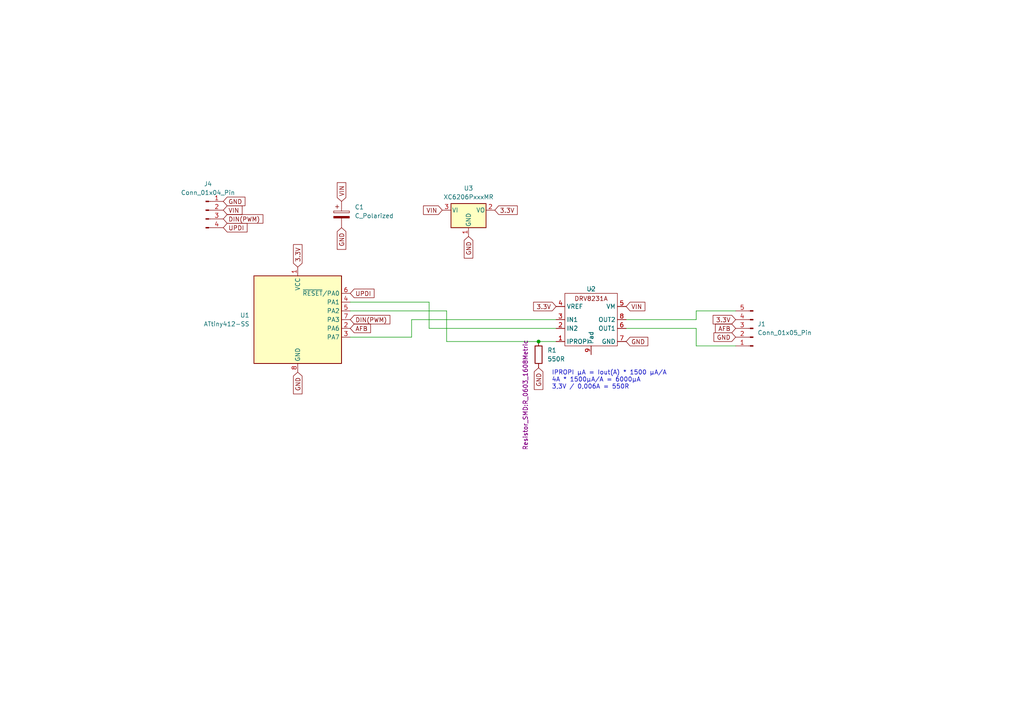
<source format=kicad_sch>
(kicad_sch
	(version 20250114)
	(generator "eeschema")
	(generator_version "9.0")
	(uuid "52c46768-b2d5-4834-ab19-e0ce4485e671")
	(paper "A4")
	(lib_symbols
		(symbol "Connector:Conn_01x04_Pin"
			(pin_names
				(offset 1.016)
				(hide yes)
			)
			(exclude_from_sim no)
			(in_bom yes)
			(on_board yes)
			(property "Reference" "J"
				(at 0 5.08 0)
				(effects
					(font
						(size 1.27 1.27)
					)
				)
			)
			(property "Value" "Conn_01x04_Pin"
				(at 0 -7.62 0)
				(effects
					(font
						(size 1.27 1.27)
					)
				)
			)
			(property "Footprint" ""
				(at 0 0 0)
				(effects
					(font
						(size 1.27 1.27)
					)
					(hide yes)
				)
			)
			(property "Datasheet" "~"
				(at 0 0 0)
				(effects
					(font
						(size 1.27 1.27)
					)
					(hide yes)
				)
			)
			(property "Description" "Generic connector, single row, 01x04, script generated"
				(at 0 0 0)
				(effects
					(font
						(size 1.27 1.27)
					)
					(hide yes)
				)
			)
			(property "ki_locked" ""
				(at 0 0 0)
				(effects
					(font
						(size 1.27 1.27)
					)
				)
			)
			(property "ki_keywords" "connector"
				(at 0 0 0)
				(effects
					(font
						(size 1.27 1.27)
					)
					(hide yes)
				)
			)
			(property "ki_fp_filters" "Connector*:*_1x??_*"
				(at 0 0 0)
				(effects
					(font
						(size 1.27 1.27)
					)
					(hide yes)
				)
			)
			(symbol "Conn_01x04_Pin_1_1"
				(rectangle
					(start 0.8636 2.667)
					(end 0 2.413)
					(stroke
						(width 0.1524)
						(type default)
					)
					(fill
						(type outline)
					)
				)
				(rectangle
					(start 0.8636 0.127)
					(end 0 -0.127)
					(stroke
						(width 0.1524)
						(type default)
					)
					(fill
						(type outline)
					)
				)
				(rectangle
					(start 0.8636 -2.413)
					(end 0 -2.667)
					(stroke
						(width 0.1524)
						(type default)
					)
					(fill
						(type outline)
					)
				)
				(rectangle
					(start 0.8636 -4.953)
					(end 0 -5.207)
					(stroke
						(width 0.1524)
						(type default)
					)
					(fill
						(type outline)
					)
				)
				(polyline
					(pts
						(xy 1.27 2.54) (xy 0.8636 2.54)
					)
					(stroke
						(width 0.1524)
						(type default)
					)
					(fill
						(type none)
					)
				)
				(polyline
					(pts
						(xy 1.27 0) (xy 0.8636 0)
					)
					(stroke
						(width 0.1524)
						(type default)
					)
					(fill
						(type none)
					)
				)
				(polyline
					(pts
						(xy 1.27 -2.54) (xy 0.8636 -2.54)
					)
					(stroke
						(width 0.1524)
						(type default)
					)
					(fill
						(type none)
					)
				)
				(polyline
					(pts
						(xy 1.27 -5.08) (xy 0.8636 -5.08)
					)
					(stroke
						(width 0.1524)
						(type default)
					)
					(fill
						(type none)
					)
				)
				(pin passive line
					(at 5.08 2.54 180)
					(length 3.81)
					(name "Pin_1"
						(effects
							(font
								(size 1.27 1.27)
							)
						)
					)
					(number "1"
						(effects
							(font
								(size 1.27 1.27)
							)
						)
					)
				)
				(pin passive line
					(at 5.08 0 180)
					(length 3.81)
					(name "Pin_2"
						(effects
							(font
								(size 1.27 1.27)
							)
						)
					)
					(number "2"
						(effects
							(font
								(size 1.27 1.27)
							)
						)
					)
				)
				(pin passive line
					(at 5.08 -2.54 180)
					(length 3.81)
					(name "Pin_3"
						(effects
							(font
								(size 1.27 1.27)
							)
						)
					)
					(number "3"
						(effects
							(font
								(size 1.27 1.27)
							)
						)
					)
				)
				(pin passive line
					(at 5.08 -5.08 180)
					(length 3.81)
					(name "Pin_4"
						(effects
							(font
								(size 1.27 1.27)
							)
						)
					)
					(number "4"
						(effects
							(font
								(size 1.27 1.27)
							)
						)
					)
				)
			)
			(embedded_fonts no)
		)
		(symbol "Connector:Conn_01x05_Pin"
			(pin_names
				(offset 1.016)
				(hide yes)
			)
			(exclude_from_sim no)
			(in_bom yes)
			(on_board yes)
			(property "Reference" "J"
				(at 0 7.62 0)
				(effects
					(font
						(size 1.27 1.27)
					)
				)
			)
			(property "Value" "Conn_01x05_Pin"
				(at 0 -7.62 0)
				(effects
					(font
						(size 1.27 1.27)
					)
				)
			)
			(property "Footprint" ""
				(at 0 0 0)
				(effects
					(font
						(size 1.27 1.27)
					)
					(hide yes)
				)
			)
			(property "Datasheet" "~"
				(at 0 0 0)
				(effects
					(font
						(size 1.27 1.27)
					)
					(hide yes)
				)
			)
			(property "Description" "Generic connector, single row, 01x05, script generated"
				(at 0 0 0)
				(effects
					(font
						(size 1.27 1.27)
					)
					(hide yes)
				)
			)
			(property "ki_locked" ""
				(at 0 0 0)
				(effects
					(font
						(size 1.27 1.27)
					)
				)
			)
			(property "ki_keywords" "connector"
				(at 0 0 0)
				(effects
					(font
						(size 1.27 1.27)
					)
					(hide yes)
				)
			)
			(property "ki_fp_filters" "Connector*:*_1x??_*"
				(at 0 0 0)
				(effects
					(font
						(size 1.27 1.27)
					)
					(hide yes)
				)
			)
			(symbol "Conn_01x05_Pin_1_1"
				(rectangle
					(start 0.8636 5.207)
					(end 0 4.953)
					(stroke
						(width 0.1524)
						(type default)
					)
					(fill
						(type outline)
					)
				)
				(rectangle
					(start 0.8636 2.667)
					(end 0 2.413)
					(stroke
						(width 0.1524)
						(type default)
					)
					(fill
						(type outline)
					)
				)
				(rectangle
					(start 0.8636 0.127)
					(end 0 -0.127)
					(stroke
						(width 0.1524)
						(type default)
					)
					(fill
						(type outline)
					)
				)
				(rectangle
					(start 0.8636 -2.413)
					(end 0 -2.667)
					(stroke
						(width 0.1524)
						(type default)
					)
					(fill
						(type outline)
					)
				)
				(rectangle
					(start 0.8636 -4.953)
					(end 0 -5.207)
					(stroke
						(width 0.1524)
						(type default)
					)
					(fill
						(type outline)
					)
				)
				(polyline
					(pts
						(xy 1.27 5.08) (xy 0.8636 5.08)
					)
					(stroke
						(width 0.1524)
						(type default)
					)
					(fill
						(type none)
					)
				)
				(polyline
					(pts
						(xy 1.27 2.54) (xy 0.8636 2.54)
					)
					(stroke
						(width 0.1524)
						(type default)
					)
					(fill
						(type none)
					)
				)
				(polyline
					(pts
						(xy 1.27 0) (xy 0.8636 0)
					)
					(stroke
						(width 0.1524)
						(type default)
					)
					(fill
						(type none)
					)
				)
				(polyline
					(pts
						(xy 1.27 -2.54) (xy 0.8636 -2.54)
					)
					(stroke
						(width 0.1524)
						(type default)
					)
					(fill
						(type none)
					)
				)
				(polyline
					(pts
						(xy 1.27 -5.08) (xy 0.8636 -5.08)
					)
					(stroke
						(width 0.1524)
						(type default)
					)
					(fill
						(type none)
					)
				)
				(pin passive line
					(at 5.08 5.08 180)
					(length 3.81)
					(name "Pin_1"
						(effects
							(font
								(size 1.27 1.27)
							)
						)
					)
					(number "1"
						(effects
							(font
								(size 1.27 1.27)
							)
						)
					)
				)
				(pin passive line
					(at 5.08 2.54 180)
					(length 3.81)
					(name "Pin_2"
						(effects
							(font
								(size 1.27 1.27)
							)
						)
					)
					(number "2"
						(effects
							(font
								(size 1.27 1.27)
							)
						)
					)
				)
				(pin passive line
					(at 5.08 0 180)
					(length 3.81)
					(name "Pin_3"
						(effects
							(font
								(size 1.27 1.27)
							)
						)
					)
					(number "3"
						(effects
							(font
								(size 1.27 1.27)
							)
						)
					)
				)
				(pin passive line
					(at 5.08 -2.54 180)
					(length 3.81)
					(name "Pin_4"
						(effects
							(font
								(size 1.27 1.27)
							)
						)
					)
					(number "4"
						(effects
							(font
								(size 1.27 1.27)
							)
						)
					)
				)
				(pin passive line
					(at 5.08 -5.08 180)
					(length 3.81)
					(name "Pin_5"
						(effects
							(font
								(size 1.27 1.27)
							)
						)
					)
					(number "5"
						(effects
							(font
								(size 1.27 1.27)
							)
						)
					)
				)
			)
			(embedded_fonts no)
		)
		(symbol "Device:C_Polarized"
			(pin_numbers
				(hide yes)
			)
			(pin_names
				(offset 0.254)
			)
			(exclude_from_sim no)
			(in_bom yes)
			(on_board yes)
			(property "Reference" "C"
				(at 0.635 2.54 0)
				(effects
					(font
						(size 1.27 1.27)
					)
					(justify left)
				)
			)
			(property "Value" "C_Polarized"
				(at 0.635 -2.54 0)
				(effects
					(font
						(size 1.27 1.27)
					)
					(justify left)
				)
			)
			(property "Footprint" ""
				(at 0.9652 -3.81 0)
				(effects
					(font
						(size 1.27 1.27)
					)
					(hide yes)
				)
			)
			(property "Datasheet" "~"
				(at 0 0 0)
				(effects
					(font
						(size 1.27 1.27)
					)
					(hide yes)
				)
			)
			(property "Description" "Polarized capacitor"
				(at 0 0 0)
				(effects
					(font
						(size 1.27 1.27)
					)
					(hide yes)
				)
			)
			(property "ki_keywords" "cap capacitor"
				(at 0 0 0)
				(effects
					(font
						(size 1.27 1.27)
					)
					(hide yes)
				)
			)
			(property "ki_fp_filters" "CP_*"
				(at 0 0 0)
				(effects
					(font
						(size 1.27 1.27)
					)
					(hide yes)
				)
			)
			(symbol "C_Polarized_0_1"
				(rectangle
					(start -2.286 0.508)
					(end 2.286 1.016)
					(stroke
						(width 0)
						(type default)
					)
					(fill
						(type none)
					)
				)
				(polyline
					(pts
						(xy -1.778 2.286) (xy -0.762 2.286)
					)
					(stroke
						(width 0)
						(type default)
					)
					(fill
						(type none)
					)
				)
				(polyline
					(pts
						(xy -1.27 2.794) (xy -1.27 1.778)
					)
					(stroke
						(width 0)
						(type default)
					)
					(fill
						(type none)
					)
				)
				(rectangle
					(start 2.286 -0.508)
					(end -2.286 -1.016)
					(stroke
						(width 0)
						(type default)
					)
					(fill
						(type outline)
					)
				)
			)
			(symbol "C_Polarized_1_1"
				(pin passive line
					(at 0 3.81 270)
					(length 2.794)
					(name "~"
						(effects
							(font
								(size 1.27 1.27)
							)
						)
					)
					(number "1"
						(effects
							(font
								(size 1.27 1.27)
							)
						)
					)
				)
				(pin passive line
					(at 0 -3.81 90)
					(length 2.794)
					(name "~"
						(effects
							(font
								(size 1.27 1.27)
							)
						)
					)
					(number "2"
						(effects
							(font
								(size 1.27 1.27)
							)
						)
					)
				)
			)
			(embedded_fonts no)
		)
		(symbol "Device:R"
			(pin_numbers
				(hide yes)
			)
			(pin_names
				(offset 0)
			)
			(exclude_from_sim no)
			(in_bom yes)
			(on_board yes)
			(property "Reference" "R"
				(at 2.032 0 90)
				(effects
					(font
						(size 1.27 1.27)
					)
				)
			)
			(property "Value" "R"
				(at 0 0 90)
				(effects
					(font
						(size 1.27 1.27)
					)
				)
			)
			(property "Footprint" ""
				(at -1.778 0 90)
				(effects
					(font
						(size 1.27 1.27)
					)
					(hide yes)
				)
			)
			(property "Datasheet" "~"
				(at 0 0 0)
				(effects
					(font
						(size 1.27 1.27)
					)
					(hide yes)
				)
			)
			(property "Description" "Resistor"
				(at 0 0 0)
				(effects
					(font
						(size 1.27 1.27)
					)
					(hide yes)
				)
			)
			(property "ki_keywords" "R res resistor"
				(at 0 0 0)
				(effects
					(font
						(size 1.27 1.27)
					)
					(hide yes)
				)
			)
			(property "ki_fp_filters" "R_*"
				(at 0 0 0)
				(effects
					(font
						(size 1.27 1.27)
					)
					(hide yes)
				)
			)
			(symbol "R_0_1"
				(rectangle
					(start -1.016 -2.54)
					(end 1.016 2.54)
					(stroke
						(width 0.254)
						(type default)
					)
					(fill
						(type none)
					)
				)
			)
			(symbol "R_1_1"
				(pin passive line
					(at 0 3.81 270)
					(length 1.27)
					(name "~"
						(effects
							(font
								(size 1.27 1.27)
							)
						)
					)
					(number "1"
						(effects
							(font
								(size 1.27 1.27)
							)
						)
					)
				)
				(pin passive line
					(at 0 -3.81 90)
					(length 1.27)
					(name "~"
						(effects
							(font
								(size 1.27 1.27)
							)
						)
					)
					(number "2"
						(effects
							(font
								(size 1.27 1.27)
							)
						)
					)
				)
			)
			(embedded_fonts no)
		)
		(symbol "MCU_Microchip_ATtiny:ATtiny412-SS"
			(exclude_from_sim no)
			(in_bom yes)
			(on_board yes)
			(property "Reference" "U"
				(at -12.7 13.97 0)
				(effects
					(font
						(size 1.27 1.27)
					)
					(justify left bottom)
				)
			)
			(property "Value" "ATtiny412-SS"
				(at 2.54 -13.97 0)
				(effects
					(font
						(size 1.27 1.27)
					)
					(justify left top)
				)
			)
			(property "Footprint" "Package_SO:SOIC-8_3.9x4.9mm_P1.27mm"
				(at 0 0 0)
				(effects
					(font
						(size 1.27 1.27)
						(italic yes)
					)
					(hide yes)
				)
			)
			(property "Datasheet" "http://ww1.microchip.com/downloads/en/DeviceDoc/40001911A.pdf"
				(at 0 0 0)
				(effects
					(font
						(size 1.27 1.27)
					)
					(hide yes)
				)
			)
			(property "Description" "20MHz, 4kB Flash, 256B SRAM, 128B EEPROM, SOIC-8"
				(at 0 0 0)
				(effects
					(font
						(size 1.27 1.27)
					)
					(hide yes)
				)
			)
			(property "ki_keywords" "AVR 8bit Microcontroller tinyAVR"
				(at 0 0 0)
				(effects
					(font
						(size 1.27 1.27)
					)
					(hide yes)
				)
			)
			(property "ki_fp_filters" "SOIC*3.9x4.9mm*P1.27mm*"
				(at 0 0 0)
				(effects
					(font
						(size 1.27 1.27)
					)
					(hide yes)
				)
			)
			(symbol "ATtiny412-SS_0_1"
				(rectangle
					(start -12.7 -12.7)
					(end 12.7 12.7)
					(stroke
						(width 0.254)
						(type default)
					)
					(fill
						(type background)
					)
				)
			)
			(symbol "ATtiny412-SS_1_1"
				(pin power_in line
					(at 0 15.24 270)
					(length 2.54)
					(name "VCC"
						(effects
							(font
								(size 1.27 1.27)
							)
						)
					)
					(number "1"
						(effects
							(font
								(size 1.27 1.27)
							)
						)
					)
				)
				(pin power_in line
					(at 0 -15.24 90)
					(length 2.54)
					(name "GND"
						(effects
							(font
								(size 1.27 1.27)
							)
						)
					)
					(number "8"
						(effects
							(font
								(size 1.27 1.27)
							)
						)
					)
				)
				(pin bidirectional line
					(at 15.24 7.62 180)
					(length 2.54)
					(name "~{RESET}/PA0"
						(effects
							(font
								(size 1.27 1.27)
							)
						)
					)
					(number "6"
						(effects
							(font
								(size 1.27 1.27)
							)
						)
					)
				)
				(pin bidirectional line
					(at 15.24 5.08 180)
					(length 2.54)
					(name "PA1"
						(effects
							(font
								(size 1.27 1.27)
							)
						)
					)
					(number "4"
						(effects
							(font
								(size 1.27 1.27)
							)
						)
					)
				)
				(pin bidirectional line
					(at 15.24 2.54 180)
					(length 2.54)
					(name "PA2"
						(effects
							(font
								(size 1.27 1.27)
							)
						)
					)
					(number "5"
						(effects
							(font
								(size 1.27 1.27)
							)
						)
					)
				)
				(pin bidirectional line
					(at 15.24 0 180)
					(length 2.54)
					(name "PA3"
						(effects
							(font
								(size 1.27 1.27)
							)
						)
					)
					(number "7"
						(effects
							(font
								(size 1.27 1.27)
							)
						)
					)
				)
				(pin bidirectional line
					(at 15.24 -2.54 180)
					(length 2.54)
					(name "PA6"
						(effects
							(font
								(size 1.27 1.27)
							)
						)
					)
					(number "2"
						(effects
							(font
								(size 1.27 1.27)
							)
						)
					)
				)
				(pin bidirectional line
					(at 15.24 -5.08 180)
					(length 2.54)
					(name "PA7"
						(effects
							(font
								(size 1.27 1.27)
							)
						)
					)
					(number "3"
						(effects
							(font
								(size 1.27 1.27)
							)
						)
					)
				)
			)
			(embedded_fonts no)
		)
		(symbol "Regulator_Linear:XC6206PxxxMR"
			(pin_names
				(offset 0.254)
			)
			(exclude_from_sim no)
			(in_bom yes)
			(on_board yes)
			(property "Reference" "U"
				(at -3.81 3.175 0)
				(effects
					(font
						(size 1.27 1.27)
					)
				)
			)
			(property "Value" "XC6206PxxxMR"
				(at 0 3.175 0)
				(effects
					(font
						(size 1.27 1.27)
					)
					(justify left)
				)
			)
			(property "Footprint" "Package_TO_SOT_SMD:SOT-23-3"
				(at 0 5.715 0)
				(effects
					(font
						(size 1.27 1.27)
						(italic yes)
					)
					(hide yes)
				)
			)
			(property "Datasheet" "https://www.torexsemi.com/file/xc6206/XC6206.pdf"
				(at 0 0 0)
				(effects
					(font
						(size 1.27 1.27)
					)
					(hide yes)
				)
			)
			(property "Description" "Positive 60-250mA Low Dropout Regulator, Fixed Output, SOT-23"
				(at 0 0 0)
				(effects
					(font
						(size 1.27 1.27)
					)
					(hide yes)
				)
			)
			(property "ki_keywords" "Torex LDO Voltage Regulator Fixed Positive"
				(at 0 0 0)
				(effects
					(font
						(size 1.27 1.27)
					)
					(hide yes)
				)
			)
			(property "ki_fp_filters" "SOT?23?3*"
				(at 0 0 0)
				(effects
					(font
						(size 1.27 1.27)
					)
					(hide yes)
				)
			)
			(symbol "XC6206PxxxMR_0_1"
				(rectangle
					(start -5.08 1.905)
					(end 5.08 -5.08)
					(stroke
						(width 0.254)
						(type default)
					)
					(fill
						(type background)
					)
				)
			)
			(symbol "XC6206PxxxMR_1_1"
				(pin power_in line
					(at -7.62 0 0)
					(length 2.54)
					(name "VI"
						(effects
							(font
								(size 1.27 1.27)
							)
						)
					)
					(number "3"
						(effects
							(font
								(size 1.27 1.27)
							)
						)
					)
				)
				(pin power_in line
					(at 0 -7.62 90)
					(length 2.54)
					(name "GND"
						(effects
							(font
								(size 1.27 1.27)
							)
						)
					)
					(number "1"
						(effects
							(font
								(size 1.27 1.27)
							)
						)
					)
				)
				(pin power_out line
					(at 7.62 0 180)
					(length 2.54)
					(name "VO"
						(effects
							(font
								(size 1.27 1.27)
							)
						)
					)
					(number "2"
						(effects
							(font
								(size 1.27 1.27)
							)
						)
					)
				)
			)
			(embedded_fonts no)
		)
		(symbol "Tristans KiCad Library:DRV8231A"
			(exclude_from_sim no)
			(in_bom yes)
			(on_board yes)
			(property "Reference" "U"
				(at 0 8.89 0)
				(effects
					(font
						(size 1.27 1.27)
					)
				)
			)
			(property "Value" ""
				(at 0 2.54 0)
				(effects
					(font
						(size 1.27 1.27)
					)
				)
			)
			(property "Footprint" "Package_SO:HSOP-8-1EP_3.9x4.9mm_P1.27mm_EP2.41x3.1mm"
				(at 1.016 12.192 0)
				(effects
					(font
						(size 1.27 1.27)
					)
					(hide yes)
				)
			)
			(property "Datasheet" ""
				(at 0 2.54 0)
				(effects
					(font
						(size 1.27 1.27)
					)
					(hide yes)
				)
			)
			(property "Description" ""
				(at 0 2.54 0)
				(effects
					(font
						(size 1.27 1.27)
					)
					(hide yes)
				)
			)
			(symbol "DRV8231A_0_1"
				(rectangle
					(start -7.62 7.62)
					(end 7.62 -7.62)
					(stroke
						(width 0)
						(type default)
					)
					(fill
						(type none)
					)
				)
			)
			(symbol "DRV8231A_1_1"
				(text "DRV8231A"
					(at 0 6.096 0)
					(effects
						(font
							(size 1.27 1.27)
						)
					)
				)
				(pin input line
					(at -10.16 3.81 0)
					(length 2.54)
					(name "VREF"
						(effects
							(font
								(size 1.27 1.27)
							)
						)
					)
					(number "4"
						(effects
							(font
								(size 1.27 1.27)
							)
						)
					)
				)
				(pin input line
					(at -10.16 0 0)
					(length 2.54)
					(name "IN1"
						(effects
							(font
								(size 1.27 1.27)
							)
						)
					)
					(number "3"
						(effects
							(font
								(size 1.27 1.27)
							)
						)
					)
				)
				(pin input line
					(at -10.16 -2.54 0)
					(length 2.54)
					(name "IN2"
						(effects
							(font
								(size 1.27 1.27)
							)
						)
					)
					(number "2"
						(effects
							(font
								(size 1.27 1.27)
							)
						)
					)
				)
				(pin output line
					(at -10.16 -6.35 0)
					(length 2.54)
					(name "IPROPI"
						(effects
							(font
								(size 1.27 1.27)
							)
						)
					)
					(number "1"
						(effects
							(font
								(size 1.27 1.27)
							)
						)
					)
				)
				(pin input line
					(at 0 -10.16 90)
					(length 2.54)
					(name "Pad"
						(effects
							(font
								(size 1.27 1.27)
							)
						)
					)
					(number "9"
						(effects
							(font
								(size 1.27 1.27)
							)
						)
					)
				)
				(pin input line
					(at 10.16 3.81 180)
					(length 2.54)
					(name "VM"
						(effects
							(font
								(size 1.27 1.27)
							)
						)
					)
					(number "5"
						(effects
							(font
								(size 1.27 1.27)
							)
						)
					)
				)
				(pin output line
					(at 10.16 0 180)
					(length 2.54)
					(name "OUT2"
						(effects
							(font
								(size 1.27 1.27)
							)
						)
					)
					(number "8"
						(effects
							(font
								(size 1.27 1.27)
							)
						)
					)
				)
				(pin output line
					(at 10.16 -2.54 180)
					(length 2.54)
					(name "OUT1"
						(effects
							(font
								(size 1.27 1.27)
							)
						)
					)
					(number "6"
						(effects
							(font
								(size 1.27 1.27)
							)
						)
					)
				)
				(pin input line
					(at 10.16 -6.35 180)
					(length 2.54)
					(name "GND"
						(effects
							(font
								(size 1.27 1.27)
							)
						)
					)
					(number "7"
						(effects
							(font
								(size 1.27 1.27)
							)
						)
					)
				)
			)
			(embedded_fonts no)
		)
	)
	(text "IPROPI μA = Iout(A) * 1500 μA/A\n4A * 1500μA/A = 6000μA\n3,3V / 0,006A = 550R"
		(exclude_from_sim no)
		(at 160.02 107.442 0)
		(effects
			(font
				(size 1.27 1.27)
			)
			(justify left top)
		)
		(uuid "dd28d8ec-b46e-4060-877f-820de465c417")
	)
	(junction
		(at 156.21 99.06)
		(diameter 0)
		(color 0 0 0 0)
		(uuid "e00aa0c6-3809-4244-807d-3490c98a3bdb")
	)
	(wire
		(pts
			(xy 124.46 95.25) (xy 124.46 87.63)
		)
		(stroke
			(width 0)
			(type default)
		)
		(uuid "0e065df9-3db4-4cc0-bbc1-42d4e5b176d8")
	)
	(wire
		(pts
			(xy 124.46 87.63) (xy 101.6 87.63)
		)
		(stroke
			(width 0)
			(type default)
		)
		(uuid "29f3d949-cccd-496c-9dd8-b4c3cd43b09d")
	)
	(wire
		(pts
			(xy 213.36 90.17) (xy 201.93 90.17)
		)
		(stroke
			(width 0)
			(type default)
		)
		(uuid "4b9464a1-4df1-4817-a54c-68023efab323")
	)
	(wire
		(pts
			(xy 129.54 99.06) (xy 156.21 99.06)
		)
		(stroke
			(width 0)
			(type default)
		)
		(uuid "789deb6b-070d-46ef-9d3b-e023a26f1cb7")
	)
	(wire
		(pts
			(xy 161.29 95.25) (xy 124.46 95.25)
		)
		(stroke
			(width 0)
			(type default)
		)
		(uuid "78d51c1a-96c0-4627-a1db-022bcdcbb350")
	)
	(wire
		(pts
			(xy 129.54 90.17) (xy 129.54 99.06)
		)
		(stroke
			(width 0)
			(type default)
		)
		(uuid "806a7c0a-5999-4189-a4a5-c6919d86c595")
	)
	(wire
		(pts
			(xy 156.21 99.06) (xy 161.29 99.06)
		)
		(stroke
			(width 0)
			(type default)
		)
		(uuid "96b111a6-edd9-49ec-bef9-f28df6c45027")
	)
	(wire
		(pts
			(xy 101.6 90.17) (xy 129.54 90.17)
		)
		(stroke
			(width 0)
			(type default)
		)
		(uuid "a26943f4-c84b-4804-bdaa-ebeae0031b08")
	)
	(wire
		(pts
			(xy 119.38 92.71) (xy 119.38 97.79)
		)
		(stroke
			(width 0)
			(type default)
		)
		(uuid "aeb831ad-23c4-4183-b0a3-8c6380648b87")
	)
	(wire
		(pts
			(xy 201.93 92.71) (xy 181.61 92.71)
		)
		(stroke
			(width 0)
			(type default)
		)
		(uuid "b285acff-5473-42c9-b0bd-6c747dde480c")
	)
	(wire
		(pts
			(xy 201.93 90.17) (xy 201.93 92.71)
		)
		(stroke
			(width 0)
			(type default)
		)
		(uuid "dad5bc39-a566-4fc8-9815-abebc6d71811")
	)
	(wire
		(pts
			(xy 161.29 92.71) (xy 119.38 92.71)
		)
		(stroke
			(width 0)
			(type default)
		)
		(uuid "ebb97c7d-e793-45af-9499-53643cbdccb5")
	)
	(wire
		(pts
			(xy 119.38 97.79) (xy 101.6 97.79)
		)
		(stroke
			(width 0)
			(type default)
		)
		(uuid "f6c04d68-7a31-4db0-8953-4c37390fc80d")
	)
	(wire
		(pts
			(xy 213.36 100.33) (xy 201.93 100.33)
		)
		(stroke
			(width 0)
			(type default)
		)
		(uuid "f98ae24a-a0c1-4e91-a3d5-4c1ffbec539f")
	)
	(wire
		(pts
			(xy 201.93 95.25) (xy 181.61 95.25)
		)
		(stroke
			(width 0)
			(type default)
		)
		(uuid "f9cea112-ef33-4775-9768-a54fb7a1f4e9")
	)
	(wire
		(pts
			(xy 201.93 100.33) (xy 201.93 95.25)
		)
		(stroke
			(width 0)
			(type default)
		)
		(uuid "fe19d167-c7ef-4459-b95b-0f8cab4efc1c")
	)
	(global_label "VIN"
		(shape input)
		(at 181.61 88.9 0)
		(fields_autoplaced yes)
		(effects
			(font
				(size 1.27 1.27)
			)
			(justify left)
		)
		(uuid "183c8f1e-e397-4b85-9614-751bc8788d8c")
		(property "Intersheetrefs" "${INTERSHEET_REFS}"
			(at 187.6191 88.9 0)
			(effects
				(font
					(size 1.27 1.27)
				)
				(justify left)
				(hide yes)
			)
		)
	)
	(global_label "AFB"
		(shape input)
		(at 213.36 95.25 180)
		(fields_autoplaced yes)
		(effects
			(font
				(size 1.27 1.27)
			)
			(justify right)
		)
		(uuid "39a5f373-0c16-4ddc-9199-1b7022d35cd8")
		(property "Intersheetrefs" "${INTERSHEET_REFS}"
			(at 206.9276 95.25 0)
			(effects
				(font
					(size 1.27 1.27)
				)
				(justify right)
				(hide yes)
			)
		)
	)
	(global_label "GND"
		(shape input)
		(at 156.21 106.68 270)
		(fields_autoplaced yes)
		(effects
			(font
				(size 1.27 1.27)
			)
			(justify right)
		)
		(uuid "436c65ea-ab5a-4696-8ee3-c5dfdded127e")
		(property "Intersheetrefs" "${INTERSHEET_REFS}"
			(at 156.21 113.5357 90)
			(effects
				(font
					(size 1.27 1.27)
				)
				(justify right)
				(hide yes)
			)
		)
	)
	(global_label "GND"
		(shape input)
		(at 135.89 68.58 270)
		(fields_autoplaced yes)
		(effects
			(font
				(size 1.27 1.27)
			)
			(justify right)
		)
		(uuid "5e8752e5-3c03-4503-95cb-65c410cd756c")
		(property "Intersheetrefs" "${INTERSHEET_REFS}"
			(at 135.89 75.4357 90)
			(effects
				(font
					(size 1.27 1.27)
				)
				(justify right)
				(hide yes)
			)
		)
	)
	(global_label "GND"
		(shape input)
		(at 181.61 99.06 0)
		(fields_autoplaced yes)
		(effects
			(font
				(size 1.27 1.27)
			)
			(justify left)
		)
		(uuid "5fb16dca-0572-44e4-8939-92aecf9aacfa")
		(property "Intersheetrefs" "${INTERSHEET_REFS}"
			(at 188.4657 99.06 0)
			(effects
				(font
					(size 1.27 1.27)
				)
				(justify left)
				(hide yes)
			)
		)
	)
	(global_label "UPDI"
		(shape input)
		(at 101.6 85.09 0)
		(fields_autoplaced yes)
		(effects
			(font
				(size 1.27 1.27)
			)
			(justify left)
		)
		(uuid "69324102-7aaf-4fff-a660-66d7de44ac9b")
		(property "Intersheetrefs" "${INTERSHEET_REFS}"
			(at 109.0605 85.09 0)
			(effects
				(font
					(size 1.27 1.27)
				)
				(justify left)
				(hide yes)
			)
		)
	)
	(global_label "GND"
		(shape input)
		(at 213.36 97.79 180)
		(fields_autoplaced yes)
		(effects
			(font
				(size 1.27 1.27)
			)
			(justify right)
		)
		(uuid "6b72fae9-a043-4b54-8e43-c8826f48baa8")
		(property "Intersheetrefs" "${INTERSHEET_REFS}"
			(at 206.5043 97.79 0)
			(effects
				(font
					(size 1.27 1.27)
				)
				(justify right)
				(hide yes)
			)
		)
	)
	(global_label "VIN"
		(shape input)
		(at 99.06 58.42 90)
		(fields_autoplaced yes)
		(effects
			(font
				(size 1.27 1.27)
			)
			(justify left)
		)
		(uuid "73bd29b1-e107-4f7d-8b11-62efdceb4195")
		(property "Intersheetrefs" "${INTERSHEET_REFS}"
			(at 99.06 52.4109 90)
			(effects
				(font
					(size 1.27 1.27)
				)
				(justify left)
				(hide yes)
			)
		)
	)
	(global_label "DIN(PWM)"
		(shape input)
		(at 64.77 63.5 0)
		(fields_autoplaced yes)
		(effects
			(font
				(size 1.27 1.27)
			)
			(justify left)
		)
		(uuid "7cb87fa2-f31a-4b73-839d-324f83550627")
		(property "Intersheetrefs" "${INTERSHEET_REFS}"
			(at 76.8267 63.5 0)
			(effects
				(font
					(size 1.27 1.27)
				)
				(justify left)
				(hide yes)
			)
		)
	)
	(global_label "3.3V"
		(shape input)
		(at 86.36 77.47 90)
		(fields_autoplaced yes)
		(effects
			(font
				(size 1.27 1.27)
			)
			(justify left)
		)
		(uuid "81c8a88e-ea8b-418e-bbf2-65b6f4c73c9c")
		(property "Intersheetrefs" "${INTERSHEET_REFS}"
			(at 86.36 70.3724 90)
			(effects
				(font
					(size 1.27 1.27)
				)
				(justify left)
				(hide yes)
			)
		)
	)
	(global_label "GND"
		(shape input)
		(at 64.77 58.42 0)
		(fields_autoplaced yes)
		(effects
			(font
				(size 1.27 1.27)
			)
			(justify left)
		)
		(uuid "8e7081d0-86af-4321-a44a-9dd6b18ed83b")
		(property "Intersheetrefs" "${INTERSHEET_REFS}"
			(at 71.6257 58.42 0)
			(effects
				(font
					(size 1.27 1.27)
				)
				(justify left)
				(hide yes)
			)
		)
	)
	(global_label "3.3V"
		(shape input)
		(at 143.51 60.96 0)
		(fields_autoplaced yes)
		(effects
			(font
				(size 1.27 1.27)
			)
			(justify left)
		)
		(uuid "a1dcb09a-38c0-45b4-a87f-b9b4645412ea")
		(property "Intersheetrefs" "${INTERSHEET_REFS}"
			(at 150.6076 60.96 0)
			(effects
				(font
					(size 1.27 1.27)
				)
				(justify left)
				(hide yes)
			)
		)
	)
	(global_label "UPDI"
		(shape input)
		(at 64.77 66.04 0)
		(fields_autoplaced yes)
		(effects
			(font
				(size 1.27 1.27)
			)
			(justify left)
		)
		(uuid "a44286ca-cc86-499f-af82-c9eba6461f38")
		(property "Intersheetrefs" "${INTERSHEET_REFS}"
			(at 72.2305 66.04 0)
			(effects
				(font
					(size 1.27 1.27)
				)
				(justify left)
				(hide yes)
			)
		)
	)
	(global_label "VIN"
		(shape input)
		(at 64.77 60.96 0)
		(fields_autoplaced yes)
		(effects
			(font
				(size 1.27 1.27)
			)
			(justify left)
		)
		(uuid "a4b81523-8790-4fd7-9e5f-7831e9d7a0da")
		(property "Intersheetrefs" "${INTERSHEET_REFS}"
			(at 70.7791 60.96 0)
			(effects
				(font
					(size 1.27 1.27)
				)
				(justify left)
				(hide yes)
			)
		)
	)
	(global_label "3.3V"
		(shape input)
		(at 213.36 92.71 180)
		(fields_autoplaced yes)
		(effects
			(font
				(size 1.27 1.27)
			)
			(justify right)
		)
		(uuid "b390c6a0-6db5-431d-b025-17abdb6f59aa")
		(property "Intersheetrefs" "${INTERSHEET_REFS}"
			(at 206.2624 92.71 0)
			(effects
				(font
					(size 1.27 1.27)
				)
				(justify right)
				(hide yes)
			)
		)
	)
	(global_label "AFB"
		(shape input)
		(at 101.6 95.25 0)
		(fields_autoplaced yes)
		(effects
			(font
				(size 1.27 1.27)
			)
			(justify left)
		)
		(uuid "c2c2a323-0648-44b9-96be-e010d2e6e068")
		(property "Intersheetrefs" "${INTERSHEET_REFS}"
			(at 108.0324 95.25 0)
			(effects
				(font
					(size 1.27 1.27)
				)
				(justify left)
				(hide yes)
			)
		)
	)
	(global_label "VIN"
		(shape input)
		(at 128.27 60.96 180)
		(fields_autoplaced yes)
		(effects
			(font
				(size 1.27 1.27)
			)
			(justify right)
		)
		(uuid "d5d5b024-6e8e-4338-8bbb-1d00530cfd14")
		(property "Intersheetrefs" "${INTERSHEET_REFS}"
			(at 122.2609 60.96 0)
			(effects
				(font
					(size 1.27 1.27)
				)
				(justify right)
				(hide yes)
			)
		)
	)
	(global_label "3.3V"
		(shape input)
		(at 161.29 88.9 180)
		(fields_autoplaced yes)
		(effects
			(font
				(size 1.27 1.27)
			)
			(justify right)
		)
		(uuid "db0e960f-a472-4bdc-93a6-5f9611c4a848")
		(property "Intersheetrefs" "${INTERSHEET_REFS}"
			(at 154.1924 88.9 0)
			(effects
				(font
					(size 1.27 1.27)
				)
				(justify right)
				(hide yes)
			)
		)
	)
	(global_label "GND"
		(shape input)
		(at 99.06 66.04 270)
		(fields_autoplaced yes)
		(effects
			(font
				(size 1.27 1.27)
			)
			(justify right)
		)
		(uuid "e45d0f3f-b5aa-4096-96a5-c11b981cc43b")
		(property "Intersheetrefs" "${INTERSHEET_REFS}"
			(at 99.06 72.8957 90)
			(effects
				(font
					(size 1.27 1.27)
				)
				(justify right)
				(hide yes)
			)
		)
	)
	(global_label "DIN(PWM)"
		(shape input)
		(at 101.6 92.71 0)
		(fields_autoplaced yes)
		(effects
			(font
				(size 1.27 1.27)
			)
			(justify left)
		)
		(uuid "f56a0021-58b6-40f5-a7d3-4ad3a15f7da6")
		(property "Intersheetrefs" "${INTERSHEET_REFS}"
			(at 113.6567 92.71 0)
			(effects
				(font
					(size 1.27 1.27)
				)
				(justify left)
				(hide yes)
			)
		)
	)
	(global_label "GND"
		(shape input)
		(at 86.36 107.95 270)
		(fields_autoplaced yes)
		(effects
			(font
				(size 1.27 1.27)
			)
			(justify right)
		)
		(uuid "f93a6c5f-ae4f-41da-98bb-88410a26aad2")
		(property "Intersheetrefs" "${INTERSHEET_REFS}"
			(at 86.36 114.8057 90)
			(effects
				(font
					(size 1.27 1.27)
				)
				(justify right)
				(hide yes)
			)
		)
	)
	(symbol
		(lib_id "Tristans KiCad Library:DRV8231A")
		(at 171.45 92.71 0)
		(unit 1)
		(exclude_from_sim no)
		(in_bom yes)
		(on_board yes)
		(dnp no)
		(uuid "04558216-11b8-49c3-b5fc-352460d35610")
		(property "Reference" "U2"
			(at 171.45 83.82 0)
			(effects
				(font
					(size 1.27 1.27)
				)
			)
		)
		(property "Value" "~"
			(at 171.45 83.82 0)
			(effects
				(font
					(size 1.27 1.27)
				)
			)
		)
		(property "Footprint" "Package_SO:HSOP-8-1EP_3.9x4.9mm_P1.27mm_EP2.41x3.1mm"
			(at 172.466 80.518 0)
			(effects
				(font
					(size 1.27 1.27)
				)
				(hide yes)
			)
		)
		(property "Datasheet" ""
			(at 171.45 90.17 0)
			(effects
				(font
					(size 1.27 1.27)
				)
				(hide yes)
			)
		)
		(property "Description" ""
			(at 171.45 90.17 0)
			(effects
				(font
					(size 1.27 1.27)
				)
				(hide yes)
			)
		)
		(pin "2"
			(uuid "3906b0d2-102c-4da9-920e-28a43adccb5f")
		)
		(pin "3"
			(uuid "295a2e58-8a8d-46eb-8891-e693721c4446")
		)
		(pin "5"
			(uuid "ebeb2b38-2e3c-4f6c-bfde-22edd4caaedd")
		)
		(pin "6"
			(uuid "38233ef1-7724-42e8-9c97-32e1246c94f6")
		)
		(pin "9"
			(uuid "0e12fa1b-0161-426b-a80e-0c671ad5b3ed")
		)
		(pin "1"
			(uuid "5953b42e-a32b-4bc1-923d-3da9c9ef94df")
		)
		(pin "8"
			(uuid "eb497d16-6576-449c-834a-121d4f30488a")
		)
		(pin "7"
			(uuid "1eeec220-6a8c-472e-8ba5-7dd3e72a296c")
		)
		(pin "4"
			(uuid "0de85306-1ecb-4255-8031-3d21ac5d5357")
		)
		(instances
			(project "Servo Driver Board"
				(path "/52c46768-b2d5-4834-ab19-e0ce4485e671"
					(reference "U2")
					(unit 1)
				)
			)
		)
	)
	(symbol
		(lib_id "Regulator_Linear:XC6206PxxxMR")
		(at 135.89 60.96 0)
		(unit 1)
		(exclude_from_sim no)
		(in_bom yes)
		(on_board yes)
		(dnp no)
		(fields_autoplaced yes)
		(uuid "164abf1d-8060-45f0-87ca-c0e27da26cd2")
		(property "Reference" "U3"
			(at 135.89 54.61 0)
			(effects
				(font
					(size 1.27 1.27)
				)
			)
		)
		(property "Value" "XC6206PxxxMR"
			(at 135.89 57.15 0)
			(effects
				(font
					(size 1.27 1.27)
				)
			)
		)
		(property "Footprint" "Package_TO_SOT_SMD:SOT-23-3"
			(at 135.89 55.245 0)
			(effects
				(font
					(size 1.27 1.27)
					(italic yes)
				)
				(hide yes)
			)
		)
		(property "Datasheet" "https://www.torexsemi.com/file/xc6206/XC6206.pdf"
			(at 135.89 60.96 0)
			(effects
				(font
					(size 1.27 1.27)
				)
				(hide yes)
			)
		)
		(property "Description" "Positive 60-250mA Low Dropout Regulator, Fixed Output, SOT-23"
			(at 135.89 60.96 0)
			(effects
				(font
					(size 1.27 1.27)
				)
				(hide yes)
			)
		)
		(pin "2"
			(uuid "123d3b4f-7c91-421d-b09c-f6d8938666ab")
		)
		(pin "3"
			(uuid "81eb7148-5ee7-403e-928e-03c6086a310f")
		)
		(pin "1"
			(uuid "8d6d1050-1cd2-4823-8b51-1a7bee7a72fa")
		)
		(instances
			(project "Servo Driver Board"
				(path "/52c46768-b2d5-4834-ab19-e0ce4485e671"
					(reference "U3")
					(unit 1)
				)
			)
		)
	)
	(symbol
		(lib_id "Device:R")
		(at 156.21 102.87 0)
		(unit 1)
		(exclude_from_sim no)
		(in_bom yes)
		(on_board yes)
		(dnp no)
		(uuid "2d2a0f58-2cdd-4e46-8c8c-53cb1ee15a0d")
		(property "Reference" "R1"
			(at 158.75 101.5999 0)
			(effects
				(font
					(size 1.27 1.27)
				)
				(justify left)
			)
		)
		(property "Value" "550R"
			(at 158.75 104.1399 0)
			(effects
				(font
					(size 1.27 1.27)
				)
				(justify left)
			)
		)
		(property "Footprint" "Resistor_SMD:R_0603_1608Metric"
			(at 152.4 114.554 90)
			(effects
				(font
					(size 1.27 1.27)
				)
			)
		)
		(property "Datasheet" "~"
			(at 156.21 102.87 0)
			(effects
				(font
					(size 1.27 1.27)
				)
				(hide yes)
			)
		)
		(property "Description" "Resistor"
			(at 156.21 102.87 0)
			(effects
				(font
					(size 1.27 1.27)
				)
				(hide yes)
			)
		)
		(pin "2"
			(uuid "151fd605-a68b-4e55-8c9d-35ab30b6d011")
		)
		(pin "1"
			(uuid "ebdc9c00-fbb6-4140-a2a2-d91b29ed5780")
		)
		(instances
			(project "Servo Driver Board"
				(path "/52c46768-b2d5-4834-ab19-e0ce4485e671"
					(reference "R1")
					(unit 1)
				)
			)
		)
	)
	(symbol
		(lib_id "Connector:Conn_01x05_Pin")
		(at 218.44 95.25 180)
		(unit 1)
		(exclude_from_sim no)
		(in_bom yes)
		(on_board yes)
		(dnp no)
		(fields_autoplaced yes)
		(uuid "5cdf0251-6896-4477-a06c-bd3b201aeebe")
		(property "Reference" "J1"
			(at 219.71 93.9799 0)
			(effects
				(font
					(size 1.27 1.27)
				)
				(justify right)
			)
		)
		(property "Value" "Conn_01x05_Pin"
			(at 219.71 96.5199 0)
			(effects
				(font
					(size 1.27 1.27)
				)
				(justify right)
			)
		)
		(property "Footprint" "Connector_PinHeader_1.27mm:PinHeader_1x05_P1.27mm_Vertical"
			(at 218.44 95.25 0)
			(effects
				(font
					(size 1.27 1.27)
				)
				(hide yes)
			)
		)
		(property "Datasheet" "~"
			(at 218.44 95.25 0)
			(effects
				(font
					(size 1.27 1.27)
				)
				(hide yes)
			)
		)
		(property "Description" "Generic connector, single row, 01x05, script generated"
			(at 218.44 95.25 0)
			(effects
				(font
					(size 1.27 1.27)
				)
				(hide yes)
			)
		)
		(pin "4"
			(uuid "7b55167d-91b1-48a8-af62-31b2f9fe3532")
		)
		(pin "1"
			(uuid "983bf6b7-a93e-4fd4-a47e-340107e3c5a0")
		)
		(pin "3"
			(uuid "fd714559-b34a-48af-87e1-f8964761e8f0")
		)
		(pin "5"
			(uuid "90a52372-5cdf-4ff6-9d3d-caddaea64aee")
		)
		(pin "2"
			(uuid "d773528f-2122-4bbb-836e-8a7a1ba2f524")
		)
		(instances
			(project "Servo Driver Board"
				(path "/52c46768-b2d5-4834-ab19-e0ce4485e671"
					(reference "J1")
					(unit 1)
				)
			)
		)
	)
	(symbol
		(lib_id "Device:C_Polarized")
		(at 99.06 62.23 0)
		(unit 1)
		(exclude_from_sim no)
		(in_bom yes)
		(on_board yes)
		(dnp no)
		(fields_autoplaced yes)
		(uuid "5e44033e-662d-4745-aafd-c42797edd283")
		(property "Reference" "C1"
			(at 102.87 60.0709 0)
			(effects
				(font
					(size 1.27 1.27)
				)
				(justify left)
			)
		)
		(property "Value" "C_Polarized"
			(at 102.87 62.6109 0)
			(effects
				(font
					(size 1.27 1.27)
				)
				(justify left)
			)
		)
		(property "Footprint" "Capacitor_SMD:C_0805_2012Metric"
			(at 100.0252 66.04 0)
			(effects
				(font
					(size 1.27 1.27)
				)
				(hide yes)
			)
		)
		(property "Datasheet" "~"
			(at 99.06 62.23 0)
			(effects
				(font
					(size 1.27 1.27)
				)
				(hide yes)
			)
		)
		(property "Description" "Polarized capacitor"
			(at 99.06 62.23 0)
			(effects
				(font
					(size 1.27 1.27)
				)
				(hide yes)
			)
		)
		(pin "1"
			(uuid "b744bdc8-b543-4dc5-b110-a556deb042ed")
		)
		(pin "2"
			(uuid "f2dbfeb2-176f-46e9-810f-e620fa6c6755")
		)
		(instances
			(project ""
				(path "/52c46768-b2d5-4834-ab19-e0ce4485e671"
					(reference "C1")
					(unit 1)
				)
			)
		)
	)
	(symbol
		(lib_id "MCU_Microchip_ATtiny:ATtiny412-SS")
		(at 86.36 92.71 0)
		(unit 1)
		(exclude_from_sim no)
		(in_bom yes)
		(on_board yes)
		(dnp no)
		(fields_autoplaced yes)
		(uuid "88cf2e93-0d52-473e-a74d-f34637323f63")
		(property "Reference" "U1"
			(at 72.39 91.4399 0)
			(effects
				(font
					(size 1.27 1.27)
				)
				(justify right)
			)
		)
		(property "Value" "ATtiny412-SS"
			(at 72.39 93.9799 0)
			(effects
				(font
					(size 1.27 1.27)
				)
				(justify right)
			)
		)
		(property "Footprint" "Package_SO:SOIC-8_3.9x4.9mm_P1.27mm"
			(at 86.36 92.71 0)
			(effects
				(font
					(size 1.27 1.27)
					(italic yes)
				)
				(hide yes)
			)
		)
		(property "Datasheet" "http://ww1.microchip.com/downloads/en/DeviceDoc/40001911A.pdf"
			(at 86.36 92.71 0)
			(effects
				(font
					(size 1.27 1.27)
				)
				(hide yes)
			)
		)
		(property "Description" "20MHz, 4kB Flash, 256B SRAM, 128B EEPROM, SOIC-8"
			(at 86.36 92.71 0)
			(effects
				(font
					(size 1.27 1.27)
				)
				(hide yes)
			)
		)
		(pin "8"
			(uuid "66eb3023-7425-4301-b0e3-848b1b85ce0d")
		)
		(pin "2"
			(uuid "06fd02a3-a051-4d90-ad1a-4c8fac61c7a7")
		)
		(pin "7"
			(uuid "ffe2bea2-8e2e-4d2b-a86d-6172f5a32ad7")
		)
		(pin "1"
			(uuid "581ebaf1-ab40-4716-986b-a0bd5f1ac44f")
		)
		(pin "4"
			(uuid "28831830-001a-4e0e-855c-0f7c6dd013ad")
		)
		(pin "3"
			(uuid "4f8f929f-6d9a-49f7-be9a-665f4bb970ba")
		)
		(pin "6"
			(uuid "bfb49252-8e5a-437e-a9b4-071cdd496dde")
		)
		(pin "5"
			(uuid "c80e30d1-32e5-4ad9-b631-d5144cc75b13")
		)
		(instances
			(project "Servo Driver Board"
				(path "/52c46768-b2d5-4834-ab19-e0ce4485e671"
					(reference "U1")
					(unit 1)
				)
			)
		)
	)
	(symbol
		(lib_id "Connector:Conn_01x04_Pin")
		(at 59.69 60.96 0)
		(unit 1)
		(exclude_from_sim no)
		(in_bom yes)
		(on_board yes)
		(dnp no)
		(fields_autoplaced yes)
		(uuid "e8967310-baca-42f4-85a6-b5c2568aeee2")
		(property "Reference" "J4"
			(at 60.325 53.34 0)
			(effects
				(font
					(size 1.27 1.27)
				)
			)
		)
		(property "Value" "Conn_01x04_Pin"
			(at 60.325 55.88 0)
			(effects
				(font
					(size 1.27 1.27)
				)
			)
		)
		(property "Footprint" "Connector_PinHeader_1.27mm:PinHeader_1x04_P1.27mm_Vertical"
			(at 59.69 60.96 0)
			(effects
				(font
					(size 1.27 1.27)
				)
				(hide yes)
			)
		)
		(property "Datasheet" "~"
			(at 59.69 60.96 0)
			(effects
				(font
					(size 1.27 1.27)
				)
				(hide yes)
			)
		)
		(property "Description" "Generic connector, single row, 01x04, script generated"
			(at 59.69 60.96 0)
			(effects
				(font
					(size 1.27 1.27)
				)
				(hide yes)
			)
		)
		(pin "3"
			(uuid "0e6d7e3b-5177-402e-a064-de64a4facaad")
		)
		(pin "2"
			(uuid "1f579bf9-f635-4906-af4e-ebe218aa8a0d")
		)
		(pin "4"
			(uuid "3296b9ea-6c17-44ce-b7d9-5c00ddfafa5e")
		)
		(pin "1"
			(uuid "5ab63e64-a131-4b94-8d07-0bc07b87ddea")
		)
		(instances
			(project "Servo Driver Board"
				(path "/52c46768-b2d5-4834-ab19-e0ce4485e671"
					(reference "J4")
					(unit 1)
				)
			)
		)
	)
	(sheet_instances
		(path "/"
			(page "1")
		)
	)
	(embedded_fonts no)
)

</source>
